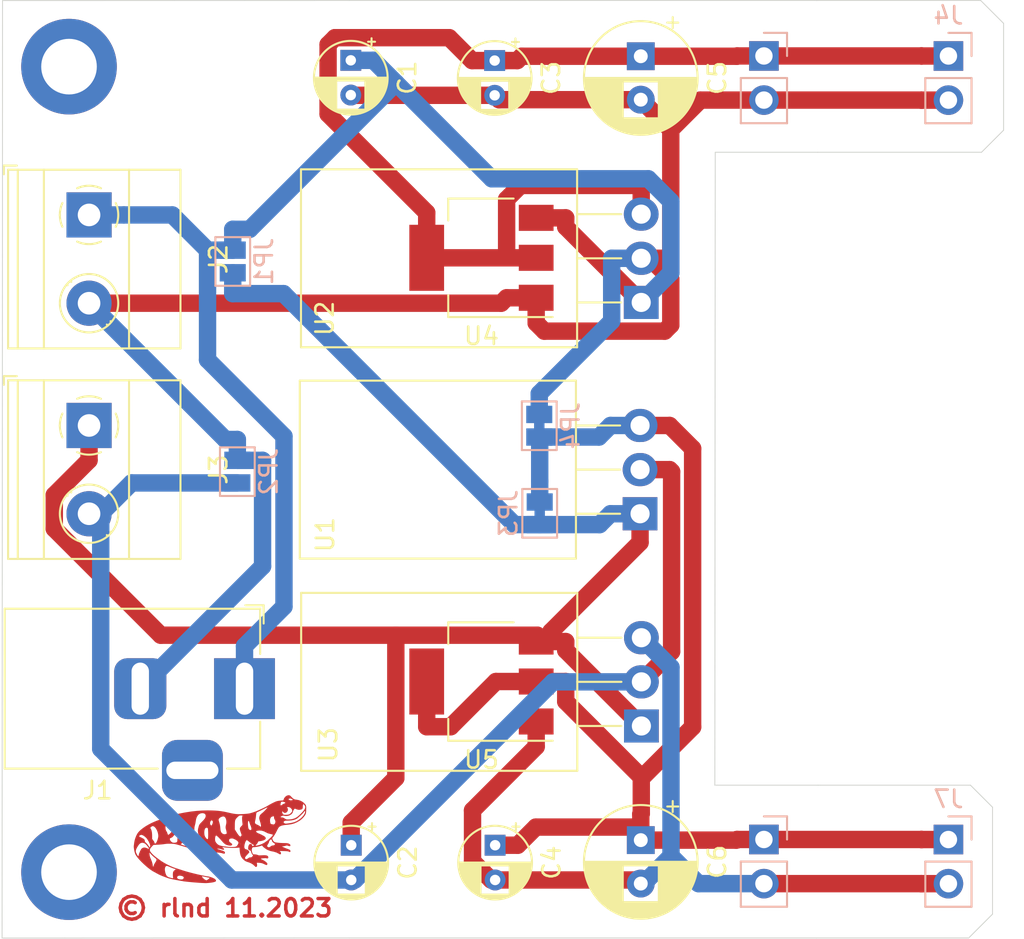
<source format=kicad_pcb>
(kicad_pcb (version 20240108) (generator "pcbnew") (generator_version "8.0")
  (title_block (title "Breadboard PSU") (date "2023-11-17") (rev "0.9.5"))
  (layers (0 "F.Cu" signal) (31 "B.Cu" signal) (34 "B.Paste" user) (35 "F.Paste" user) (36 "B.SilkS" user "B.Silkscreen") (37 "F.SilkS" user "F.Silkscreen") (38 "B.Mask" user) (39 "F.Mask" user) (44 "Edge.Cuts" user))
  (net 0 "")
  (net 1 "/Vcc1")
  (net 2 "/Gnd1")
  (net 3 "/Vcc2")
  (net 4 "/Gnd2")
  (net 5 "/Vout1")
  (net 6 "/Vout2")
  (net 7 "/Gnd")
  (footprint "Package_TO_SOT_THT:TO-220-3_Horizontal_TabDown" (layer "F.Cu") (at 124.4952 61.6124 90)
    (property "Reference" "U1")
    (property "Value" "LM7812_TO220")
  )
  (footprint "myLib:Salamander" (layer "F.Cu") (at 100.32 80.31)
    (property "Reference" "G***" (hide yes))
    (property "Value" "LOGO" (hide yes))
  )
  (footprint "Capacitor_THT:CP_Radial_D4.0mm_P2.00mm" (layer "F.Cu") (at 116.1288 35.5332 -90)
    (property "Reference" "C3")
    (property "Value" "100n")
  )
  (footprint "Capacitor_THT:CP_Radial_D6.3mm_P2.50mm" (layer "F.Cu") (at 124.5362 35.284 -90)
    (property "Reference" "C5")
    (property "Value" "10u")
  )
  (footprint "Package_TO_SOT_THT:TO-220-3_Horizontal_TabDown" (layer "F.Cu") (at 124.5714 73.8257 90)
    (property "Reference" "U3")
    (property "Value" "LM7912_TO220")
  )
  (footprint "TerminalBlock_Phoenix:TerminalBlock_Phoenix_MKDS-1,5-2-5.08_1x02_P5.08mm_Horizontal" (layer "F.Cu") (at 92.7862 56.5324 -90)
    (property "Reference" "J3")
    (property "Value" "12V")
  )
  (footprint "MountingHole:MountingHole_3.2mm_M3_ISO14580_Pad_TopBottom" (layer "F.Cu") (at 91.633 35.8822)
    (property "Reference" "H1" (hide yes))
    (property "Value" "MountingHole" (hide yes))
  )
  (footprint "TerminalBlock_Phoenix:TerminalBlock_Phoenix_MKDS-1,5-2-5.08_1x02_P5.08mm_Horizontal" (layer "F.Cu") (at 92.7862 44.4166 -90)
    (property "Reference" "J2")
    (property "Value" "12V")
  )
  (footprint "Connector_BarrelJack:BarrelJack_Horizontal" (layer "F.Cu") (at 101.7326 71.6788)
    (property "Reference" "J1")
    (property "Value" "12V")
  )
  (footprint "Capacitor_THT:CP_Radial_D4.0mm_P2.00mm" (layer "F.Cu") (at 107.8738 80.6878 -90)
    (property "Reference" "C2")
    (property "Value" "330n")
  )
  (footprint "Package_TO_SOT_THT:TO-220-3_Horizontal_TabDown" (layer "F.Cu") (at 124.5616 49.4517 90)
    (property "Reference" "U2")
    (property "Value" "LM7805_TO220")
  )
  (footprint "Capacitor_THT:CP_Radial_D4.0mm_P2.00mm" (layer "F.Cu") (at 107.8484 35.5192 -90)
    (property "Reference" "C1")
    (property "Value" "330n")
  )
  (footprint "Package_TO_SOT_SMD:SOT-223-3_TabPin2" (layer "F.Cu") (at 115.3672 71.2672 180)
    (property "Reference" "U5")
    (property "Value" "LM1117DT-5.0")
  )
  (footprint "Capacitor_THT:CP_Radial_D4.0mm_P2.00mm" (layer "F.Cu") (at 116.1542 80.6878 -90)
    (property "Reference" "C4")
    (property "Value" "100n")
  )
  (footprint "Package_TO_SOT_SMD:SOT-223-3_TabPin2" (layer "F.Cu") (at 115.3664 46.8837 180)
    (property "Reference" "U4")
    (property "Value" "LM1117DT-5.0")
  )
  (footprint "Capacitor_THT:CP_Radial_D6.3mm_P2.50mm" (layer "F.Cu") (at 124.5362 80.3944 -90)
    (property "Reference" "C6")
    (property "Value" "10u")
  )
  (footprint "MountingHole:MountingHole_3.2mm_M3_ISO14580_Pad_TopBottom" (layer "F.Cu") (at 91.633 82.2372)
    (property "Reference" "H2" (hide yes))
    (property "Value" "MountingHole" (hide yes))
  )
  (footprint "Jumper:SolderJumper-2_P1.3mm_Open_Pad1.0x1.5mm" (layer "B.Cu") (at 101.0548 47.094 90)
    (property "Reference" "JP1")
    (property "Value" "SolderJumper_2_Open")
  )
  (footprint "Connector_PinHeader_2.54mm:PinHeader_1x02_P2.54mm_Vertical" (layer "B.Cu") (at 131.6228 35.2676 180)
    (property "Reference" "J5" (hide yes))
    (property "Value" "Top bar" (hide yes))
  )
  (footprint "Connector_PinHeader_2.54mm:PinHeader_1x02_P2.54mm_Vertical" (layer "B.Cu") (at 131.6228 80.3576 180)
    (property "Reference" "J6" (hide yes))
    (property "Value" "Bottom bar" (hide yes))
  )
  (footprint "Connector_PinHeader_2.54mm:PinHeader_1x02_P2.54mm_Vertical" (layer "B.Cu") (at 142.24 35.27 180)
    (property "Reference" "J4")
    (property "Value" "Top bar")
  )
  (footprint "Jumper:SolderJumper-2_P1.3mm_Bridged_Pad1.0x1.5mm" (layer "B.Cu") (at 118.7196 61.587 -90)
    (property "Reference" "JP3")
    (property "Value" "SolderJumper_2_Bridged")
  )
  (footprint "Connector_PinHeader_2.54mm:PinHeader_1x02_P2.54mm_Vertical" (layer "B.Cu") (at 142.24 80.36 180)
    (property "Reference" "J7")
    (property "Value" "Bottom bar")
  )
  (footprint "Jumper:SolderJumper-2_P1.3mm_Bridged_Pad1.0x1.5mm" (layer "B.Cu") (at 118.6942 56.5474 90)
    (property "Reference" "JP4")
    (property "Value" "SolderJumper_2_Bridged")
  )
  (footprint "Jumper:SolderJumper-2_P1.3mm_Open_Pad1.0x1.5mm" (layer "B.Cu") (at 101.3206 59.189 90)
    (property "Reference" "JP2")
    (property "Value" "SolderJumper_2_Open")
  )
  (gr_line (start 107.7659 32.0725) (end 134.6645 32.0725) (stroke (width 0.05)) (layer "Edge.Cuts"))
  (gr_line (start 134.6645 32.0725) (end 144.0942 32.0725) (stroke (width 0.05)) (layer "Edge.Cuts"))
  (gr_line (start 144.78 84.6505) (end 143.4084 86.0221) (stroke (width 0.05)) (layer "Edge.Cuts"))
  (gr_line (start 134.7407 77.2337) (end 143.51 77.2337) (stroke (width 0.05)) (layer "Edge.Cuts"))
  (gr_line (start 144.0942 32.0725) (end 145.415 33.3933) (stroke (width 0.05)) (layer "Edge.Cuts"))
  (gr_line (start 128.7971 77.2337) (end 134.7407 77.2337) (stroke (width 0.05)) (layer "Edge.Cuts"))
  (gr_line (start 143.51 77.2337) (end 144.78 78.5037) (stroke (width 0.05)) (layer "Edge.Cuts"))
  (gr_line (start 91.4146 32.0802) (end 87.8078 32.0802) (stroke (width 0.05)) (layer "Edge.Cuts"))
  (gr_line (start 134.7153 40.8101) (end 128.8225 40.8101) (stroke (width 0.05)) (layer "Edge.Cuts"))
  (gr_line (start 145.415 33.3933) (end 145.415 39.5401) (stroke (width 0.05)) (layer "Edge.Cuts"))
  (gr_line (start 91.4146 32.0802) (end 107.7659 32.0725) (stroke (width 0.05)) (layer "Edge.Cuts"))
  (gr_line (start 144.78 78.5037) (end 144.78 84.6505) (stroke (width 0.05)) (layer "Edge.Cuts"))
  (gr_line (start 145.415 39.5401) (end 144.145 40.8101) (stroke (width 0.05)) (layer "Edge.Cuts"))
  (gr_line (start 87.7824 86.0298) (end 91.3892 86.0298) (stroke (width 0.05)) (layer "Edge.Cuts"))
  (gr_line (start 87.7824 86.0298) (end 87.8078 32.0802) (stroke (width 0.05)) (layer "Edge.Cuts"))
  (gr_line (start 134.6391 86.0221) (end 143.4084 86.0221) (stroke (width 0.05)) (layer "Edge.Cuts"))
  (gr_line (start 128.8225 40.8101) (end 128.7971 77.2337) (stroke (width 0.05)) (layer "Edge.Cuts"))
  (gr_line (start 107.7659 86.0221) (end 91.3892 86.0298) (stroke (width 0.05)) (layer "Edge.Cuts"))
  (gr_line (start 134.7153 40.8101) (end 144.145 40.8101) (stroke (width 0.05)) (layer "Edge.Cuts"))
  (gr_line (start 134.6391 86.0221) (end 107.7659 86.0221) (stroke (width 0.05)) (layer "Edge.Cuts"))
  (gr_text "© rlnd 11.2023" (at 94.260359 84.89 0) (layer "F.Cu") (effects (font (size 1 1) (thickness 0.2) (bold yes)) (justify left bottom)))
  (segment (start 120.2167 45.1068) (end 120.2167 44.5837) (width 1) (layer "F.Cu") (net 1))
  (segment (start 124.5616 49.4517) (end 120.2167 45.1068) (width 1) (layer "F.Cu") (net 1))
  (segment (start 118.5164 44.5837) (end 120.2167 44.5837) (width 1) (layer "F.Cu") (net 1))
  (segment (start 101.0548 46.444) (end 101.0548 45.2437) (width 1) (layer "B.Cu") (net 1))
  (segment (start 104.0027 57.1529) (end 99.6044 52.7546) (width 1) (layer "B.Cu") (net 1))
  (segment (start 101.7326 69.2285) (end 104.0027 66.9584) (width 1) (layer "B.Cu") (net 1))
  (segment (start 101.7326 71.6788) (end 101.7326 69.2285) (width 1) (layer "B.Cu") (net 1))
  (segment (start 101.0548 46.444) (end 99.6044 46.444) (width 1) (layer "B.Cu") (net 1))
  (segment (start 102.03 45.2437) (end 101.0548 45.2437) (width 1) (layer "B.Cu") (net 1))
  (segment (start 110.4516 36.8221) (end 102.03 45.2437) (width 1) (layer "B.Cu") (net 1))
  (segment (start 126.2676 43.6348) (end 126.2676 47.7457) (width 1) (layer "B.Cu") (net 1))
  (segment (start 97.577 44.4166) (end 94.7865 44.4166) (width 1) (layer "B.Cu") (net 1))
  (segment (start 109.1487 35.5192) (end 110.4516 36.8221) (width 1) (layer "B.Cu") (net 1))
  (segment (start 99.6044 52.7546) (end 99.6044 46.444) (width 1) (layer "B.Cu") (net 1))
  (segment (start 99.6044 46.444) (end 97.577 44.4166) (width 1) (layer "B.Cu") (net 1))
  (segment (start 115.9653 42.3358) (end 124.9686 42.3358) (width 1) (layer "B.Cu") (net 1))
  (segment (start 104.0027 66.9584) (end 104.0027 57.1529) (width 1) (layer "B.Cu") (net 1))
  (segment (start 126.2676 47.7457) (end 124.5616 49.4517) (width 1) (layer "B.Cu") (net 1))
  (segment (start 124.9686 42.3358) (end 126.2676 43.6348) (width 1) (layer "B.Cu") (net 1))
  (segment (start 110.4516 36.8221) (end 115.9653 42.3358) (width 1) (layer "B.Cu") (net 1))
  (segment (start 92.7862 44.4166) (end 94.7865 44.4166) (width 1) (layer "B.Cu") (net 1))
  (segment (start 107.8484 35.5192) (end 109.1487 35.5192) (width 1) (layer "B.Cu") (net 1))
  (segment (start 140.6873 37.8076) (end 140.6897 37.81) (width 1) (layer "F.Cu") (net 2))
  (segment (start 131.6228 37.8076) (end 140.6873 37.8076) (width 1) (layer "F.Cu") (net 2))
  (segment (start 142.24 37.81) (end 140.6897 37.81) (width 1) (layer "F.Cu") (net 2))
  (segment (start 118.5164 49.1837) (end 118.5164 50.634) (width 1) (layer "F.Cu") (net 2))
  (segment (start 116.5032 49.4966) (end 116.8161 49.1837) (width 1) (layer "F.Cu") (net 2))
  (segment (start 126.2619 39.5097) (end 127.964 37.8076) (width 1) (layer "F.Cu") (net 2))
  (segment (start 107.8624 37.5332) (end 107.8484 37.5192) (width 1) (layer "F.Cu") (net 2))
  (segment (start 125.912 51.1046) (end 118.987 51.1046) (width 1) (layer "F.Cu") (net 2))
  (segment (start 116.1288 37.5332) (end 107.8624 37.5332) (width 1) (layer "F.Cu") (net 2))
  (segment (start 124.5362 37.784) (end 116.3796 37.784) (width 1) (layer "F.Cu") (net 2))
  (segment (start 127.964 37.8076) (end 131.6228 37.8076) (width 1) (layer "F.Cu") (net 2))
  (segment (start 126.2619 39.5097) (end 124.5362 37.784) (width 1) (layer "F.Cu") (net 2))
  (segment (start 126.262 50.7546) (end 125.912 51.1046) (width 1) (layer "F.Cu") (net 2))
  (segment (start 126.262 48.1101) (end 126.262 50.7546) (width 1) (layer "F.Cu") (net 2))
  (segment (start 118.987 51.1046) (end 118.5164 50.634) (width 1) (layer "F.Cu") (net 2))
  (segment (start 125.0636 46.9117) (end 126.2619 46.9117) (width 1) (layer "F.Cu") (net 2))
  (segment (start 92.7862 49.4966) (end 116.5032 49.4966) (width 1) (layer "F.Cu") (net 2))
  (segment (start 116.3796 37.784) (end 116.1288 37.5332) (width 1) (layer "F.Cu") (net 2))
  (segment (start 124.5616 46.9117) (end 125.0636 46.9117) (width 1) (layer "F.Cu") (net 2))
  (segment (start 125.0636 46.9117) (end 126.262 48.1101) (width 1) (layer "F.Cu") (net 2))
  (segment (start 126.2619 46.9117) (end 126.2619 39.5097) (width 1) (layer "F.Cu") (net 2))
  (segment (start 118.5164 49.1837) (end 116.8161 49.1837) (width 1) (layer "F.Cu") (net 2))
  (segment (start 122.8613 46.9117) (end 122.8613 50.53) (width 1) (layer "B.Cu") (net 2))
  (segment (start 100.6283 57.3387) (end 92.7862 49.4966) (width 1) (layer "B.Cu") (net 2))
  (segment (start 95.7326 71.6788) (end 102.7709 64.6405) (width 1) (layer "B.Cu") (net 2))
  (segment (start 101.3206 58.539) (end 102.7709 58.539) (width 1) (layer "B.Cu") (net 2))
  (segment (start 122.8613 50.53) (end 118.6942 54.6971) (width 1) (layer "B.Cu") (net 2))
  (segment (start 101.3206 58.539) (end 101.3206 57.3387) (width 1) (layer "B.Cu") (net 2))
  (segment (start 102.7709 64.6405) (end 102.7709 58.539) (width 1) (layer "B.Cu") (net 2))
  (segment (start 101.3206 57.3387) (end 100.6283 57.3387) (width 1) (layer "B.Cu") (net 2))
  (segment (start 124.5616 46.9117) (end 122.8613 46.9117) (width 1) (layer "B.Cu") (net 2))
  (segment (start 118.6942 55.8974) (end 118.6942 54.6971) (width 1) (layer "B.Cu") (net 2))
  (segment (start 92.7862 56.5324) (end 92.7862 58.5327) (width 1) (layer "F.Cu") (net 3))
  (segment (start 118.5771 68.602) (end 110.4393 68.602) (width 1) (layer "F.Cu") (net 3))
  (segment (start 124.4952 61.6124) (end 124.4952 63.2652) (width 1) (layer "F.Cu") (net 3))
  (segment (start 119.3674 68.9672) (end 119.3674 68.393) (width 1) (layer "F.Cu") (net 3))
  (segment (start 90.7859 60.533) (end 90.7859 62.4755) (width 1) (layer "F.Cu") (net 3))
  (segment (start 119.3674 68.9672) (end 120.2175 68.9672) (width 1) (layer "F.Cu") (net 3))
  (segment (start 120.2175 68.9672) (end 120.2175 69.4718) (width 1) (layer "F.Cu") (net 3))
  (segment (start 90.7859 62.4755) (end 96.9124 68.602) (width 1) (layer "F.Cu") (net 3))
  (segment (start 96.9124 68.602) (end 110.4393 68.602) (width 1) (layer "F.Cu") (net 3))
  (segment (start 118.9423 68.9672) (end 118.5771 68.602) (width 1) (layer "F.Cu") (net 3))
  (segment (start 110.4393 68.602) (end 110.4393 76.822) (width 1) (layer "F.Cu") (net 3))
  (segment (start 110.4393 76.822) (end 107.8738 79.3875) (width 1) (layer "F.Cu") (net 3))
  (segment (start 119.3674 68.393) (end 124.4952 63.2652) (width 1) (layer "F.Cu") (net 3))
  (segment (start 118.9423 68.9672) (end 119.3674 68.9672) (width 1) (layer "F.Cu") (net 3))
  (segment (start 92.7862 58.5327) (end 90.7859 60.533) (width 1) (layer "F.Cu") (net 3))
  (segment (start 120.2175 69.4718) (end 124.5714 73.8257) (width 1) (layer "F.Cu") (net 3))
  (segment (start 118.5172 68.9672) (end 118.9423 68.9672) (width 1) (layer "F.Cu") (net 3))
  (segment (start 107.8738 80.6878) (end 107.8738 79.3875) (width 1) (layer "F.Cu") (net 3))
  (segment (start 124.4952 61.6124) (end 122.7949 61.6124) (width 1) (layer "B.Cu") (net 3))
  (segment (start 101.0548 47.744) (end 101.0548 48.9443) (width 1) (layer "B.Cu") (net 3))
  (segment (start 103.9766 48.9443) (end 117.2693 62.237) (width 1) (layer "B.Cu") (net 3))
  (segment (start 118.7196 62.237) (end 122.1703 62.237) (width 1) (layer "B.Cu") (net 3))
  (segment (start 101.0548 48.9443) (end 103.9766 48.9443) (width 1) (layer "B.Cu") (net 3))
  (segment (start 122.1703 62.237) (end 122.7949 61.6124) (width 1) (layer "B.Cu") (net 3))
  (segment (start 118.7196 62.237) (end 117.2693 62.237) (width 1) (layer "B.Cu") (net 3))
  (segment (start 126.3093 59.1862) (end 126.3093 69.5478) (width 1) (layer "F.Cu") (net 4))
  (segment (start 124.4952 59.0724) (end 126.1955 59.0724) (width 1) (layer "F.Cu") (net 4))
  (segment (start 126.3093 69.5478) (end 124.5714 71.2857) (width 1) (layer "F.Cu") (net 4))
  (segment (start 126.1955 59.0724) (end 126.3093 59.1862) (width 1) (layer "F.Cu") (net 4))
  (segment (start 101.3206 59.839) (end 95.2314 59.839) (width 1) (layer "B.Cu") (net 4))
  (segment (start 119.4857 71.2857) (end 124.5714 71.2857) (width 1) (layer "B.Cu") (net 4))
  (segment (start 101.0022 82.6878) (end 107.8738 82.6878) (width 1) (layer "B.Cu") (net 4))
  (segment (start 93.458 61.6124) (end 92.7862 61.6124) (width 1) (layer "B.Cu") (net 4))
  (segment (start 93.458 75.1436) (end 101.0022 82.6878) (width 1) (layer "B.Cu") (net 4))
  (segment (start 95.2314 59.839) (end 93.458 61.6124) (width 1) (layer "B.Cu") (net 4))
  (segment (start 93.458 61.6124) (end 93.458 75.1436) (width 1) (layer "B.Cu") (net 4))
  (segment (start 108.0836 82.6878) (end 119.4857 71.2857) (width 1) (layer "B.Cu") (net 4))
  (segment (start 107.8738 82.6878) (end 108.0836 82.6878) (width 1) (layer "B.Cu") (net 4))
  (segment (start 106.5412 38.6082) (end 106.5412 34.6139) (width 1) (layer "F.Cu") (net 5))
  (segment (start 117.6127 42.7189) (end 124.5616 42.7189) (width 1) (layer "F.Cu") (net 5))
  (segment (start 113.5112 34.2159) (end 114.8285 35.5332) (width 1) (layer "F.Cu") (net 5))
  (segment (start 124.5362 35.284) (end 130.0561 35.284) (width 1) (layer "F.Cu") (net 5))
  (segment (start 106.5412 34.6139) (end 106.9392 34.2159) (width 1) (layer "F.Cu") (net 5))
  (segment (start 131.6228 35.2676) (end 140.6873 35.2676) (width 1) (layer "F.Cu") (net 5))
  (segment (start 118.5164 46.8837) (end 116.8161 46.8837) (width 1) (layer "F.Cu") (net 5))
  (segment (start 116.8161 46.8837) (end 116.8161 43.5155) (width 1) (layer "F.Cu") (net 5))
  (segment (start 112.2164 46.8837) (end 116.8161 46.8837) (width 1) (layer "F.Cu") (net 5))
  (segment (start 117.4291 35.5332) (end 117.6783 35.284) (width 1) (layer "F.Cu") (net 5))
  (segment (start 116.779 35.5332) (end 116.1288 35.5332) (width 1) (layer "F.Cu") (net 5))
  (segment (start 142.24 35.27) (end 140.6897 35.27) (width 1) (layer "F.Cu") (net 5))
  (segment (start 116.779 35.5332) (end 117.4291 35.5332) (width 1) (layer "F.Cu") (net 5))
  (segment (start 112.2164 46.8837) (end 112.2164 44.2834) (width 1) (layer "F.Cu") (net 5))
  (segment (start 131.6228 35.2676) (end 130.0725 35.2676) (width 1) (layer "F.Cu") (net 5))
  (segment (start 116.8161 43.5155) (end 117.6127 42.7189) (width 1) (layer "F.Cu") (net 5))
  (segment (start 117.6783 35.284) (end 124.5362 35.284) (width 1) (layer "F.Cu") (net 5))
  (segment (start 140.6873 35.2676) (end 140.6897 35.27) (width 1) (layer "F.Cu") (net 5))
  (segment (start 130.0561 35.284) (end 130.0725 35.2676) (width 1) (layer "F.Cu") (net 5))
  (segment (start 124.5616 44.3717) (end 124.5616 42.7189) (width 1) (layer "F.Cu") (net 5))
  (segment (start 106.9392 34.2159) (end 113.5112 34.2159) (width 1) (layer "F.Cu") (net 5))
  (segment (start 112.2164 44.2834) (end 106.5412 38.6082) (width 1) (layer "F.Cu") (net 5))
  (segment (start 116.1288 35.5332) (end 114.8285 35.5332) (width 1) (layer "F.Cu") (net 5))
  (segment (start 118.5172 73.5672) (end 118.5172 75.0175) (width 1) (layer "F.Cu") (net 6))
  (segment (start 114.8538 78.6809) (end 114.8538 81.6128) (width 1) (layer "F.Cu") (net 6))
  (segment (start 124.3296 82.6878) (end 124.5362 82.8944) (width 1) (layer "F.Cu") (net 6))
  (segment (start 115.9288 82.6878) (end 116.1542 82.6878) (width 1) (layer "F.Cu") (net 6))
  (segment (start 118.5172 75.0175) (end 114.8538 78.6809) (width 1) (layer "F.Cu") (net 6))
  (segment (start 140.6873 82.8976) (end 140.6897 82.9) (width 1) (layer "F.Cu") (net 6))
  (segment (start 131.6228 82.8976) (end 140.6873 82.8976) (width 1) (layer "F.Cu") (net 6))
  (segment (start 116.1542 82.6878) (end 124.3296 82.6878) (width 1) (layer "F.Cu") (net 6))
  (segment (start 142.24 82.9) (end 140.6897 82.9) (width 1) (layer "F.Cu") (net 6))
  (segment (start 114.8538 81.6128) (end 115.9288 82.6878) (width 1) (layer "F.Cu") (net 6))
  (segment (start 126.2744 81.3146) (end 127.8574 82.8976) (width 1) (layer "B.Cu") (net 6))
  (segment (start 126.2744 81.3146) (end 124.6946 82.8944) (width 1) (layer "B.Cu") (net 6))
  (segment (start 124.5714 68.7457) (end 126.2744 70.4487) (width 1) (layer "B.Cu") (net 6))
  (segment (start 127.8574 82.8976) (end 131.6228 82.8976) (width 1) (layer "B.Cu") (net 6))
  (segment (start 126.2744 70.4487) (end 126.2744 81.3146) (width 1) (layer "B.Cu") (net 6))
  (segment (start 124.6946 82.8944) (end 124.5362 82.8944) (width 1) (layer "B.Cu") (net 6))
  (segment (start 112.2172 73.8675) (end 113.5986 73.8675) (width 1) (layer "F.Cu") (net 7))
  (segment (start 124.5654 78.8649) (end 124.5654 76.8414) (width 1) (layer "F.Cu") (net 7))
  (segment (start 130.0357 80.3944) (end 124.5362 80.3944) (width 1) (layer "F.Cu") (net 7))
  (segment (start 124.5362 78.8941) (end 124.5654 78.8649) (width 1) (layer "F.Cu") (net 7))
  (segment (start 116.1542 80.6878) (end 117.4545 80.6878) (width 1) (layer "F.Cu") (net 7))
  (segment (start 118.4981 79.6442) (end 117.4545 80.6878) (width 1) (layer "F.Cu") (net 7))
  (segment (start 127.5195 73.8873) (end 127.5195 57.8564) (width 1) (layer "F.Cu") (net 7))
  (segment (start 131.6228 80.3576) (end 130.0725 80.3576) (width 1) (layer "F.Cu") (net 7))
  (segment (start 124.5362 80.3944) (end 124.5362 79.6442) (width 1) (layer "F.Cu") (net 7))
  (segment (start 140.6873 80.3576) (end 140.6897 80.36) (width 1) (layer "F.Cu") (net 7))
  (segment (start 124.4952 56.5324) (end 126.1955 56.5324) (width 1) (layer "F.Cu") (net 7))
  (segment (start 120.2175 71.2672) (end 120.2175 72.417) (width 1) (layer "F.Cu") (net 7))
  (segment (start 120.2175 72.417) (end 124.6037 76.8031) (width 1) (layer "F.Cu") (net 7))
  (segment (start 124.5362 79.6442) (end 118.4981 79.6442) (width 1) (layer "F.Cu") (net 7))
  (segment (start 113.5986 73.8675) (end 116.1989 71.2672) (width 1) (layer "F.Cu") (net 7))
  (segment (start 112.2172 71.2672) (end 112.2172 73.8675) (width 1) (layer "F.Cu") (net 7))
  (segment (start 116.1989 71.2672) (end 118.5172 71.2672) (width 1) (layer "F.Cu") (net 7))
  (segment (start 124.6037 76.8031) (end 127.5195 73.8873) (width 1) (layer "F.Cu") (net 7))
  (segment (start 124.5654 76.8414) (end 124.6037 76.8031) (width 1) (layer "F.Cu") (net 7))
  (segment (start 130.0725 80.3576) (end 130.0357 80.3944) (width 1) (layer "F.Cu") (net 7))
  (segment (start 118.5172 71.2672) (end 120.2175 71.2672) (width 1) (layer "F.Cu") (net 7))
  (segment (start 127.5195 57.8564) (end 126.1955 56.5324) (width 1) (layer "F.Cu") (net 7))
  (segment (start 131.6228 80.3576) (end 140.6873 80.3576) (width 1) (layer "F.Cu") (net 7))
  (segment (start 124.5362 79.6442) (end 124.5362 78.8941) (width 1) (layer "F.Cu") (net 7))
  (segment (start 142.24 80.36) (end 140.6897 80.36) (width 1) (layer "F.Cu") (net 7))
  (segment (start 124.4952 56.5324) (end 122.7949 56.5324) (width 1) (layer "B.Cu") (net 7))
  (segment (start 118.7196 57.1974) (end 118.7196 59.7367) (width 1) (layer "B.Cu") (net 7))
  (segment (start 122.1299 57.1974) (end 122.7949 56.5324) (width 1) (layer "B.Cu") (net 7))
  (segment (start 118.7196 60.937) (end 118.7196 59.7367) (width 1) (layer "B.Cu") (net 7))
  (segment (start 118.7196 57.1974) (end 122.1299 57.1974) (width 1) (layer "B.Cu") (net 7))
  (segment (start 118.6942 57.1974) (end 118.7196 57.1974) (width 1) (layer "B.Cu") (net 7))
)
</source>
